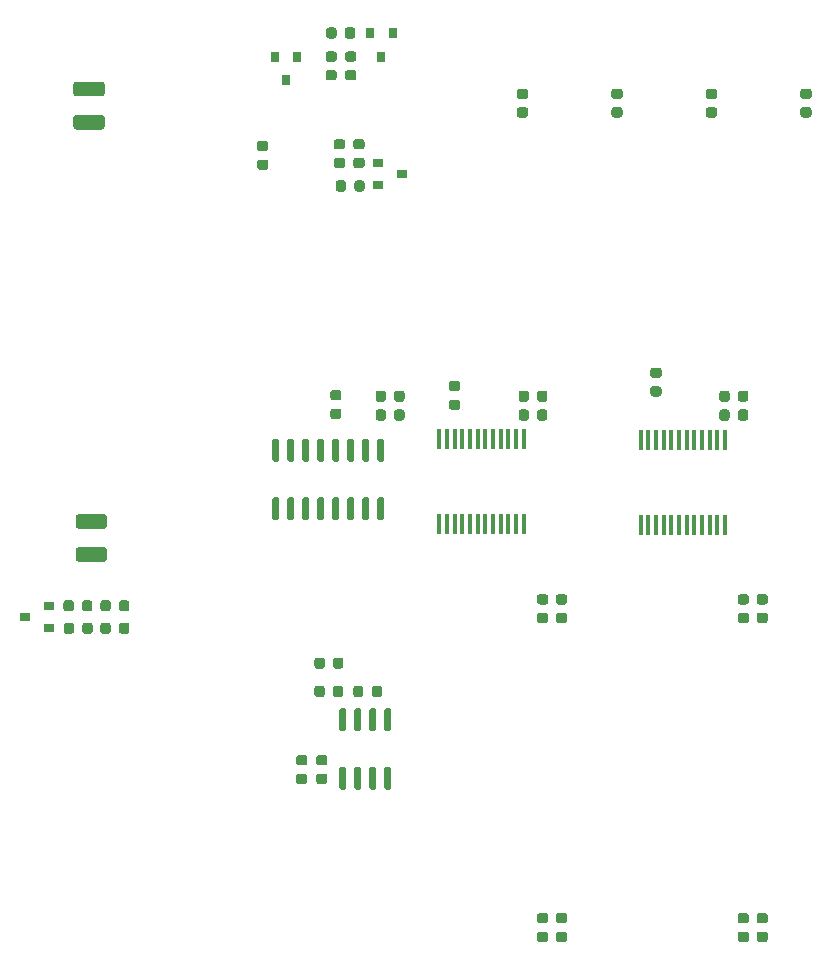
<source format=gbr>
%TF.GenerationSoftware,KiCad,Pcbnew,5.1.6-c6e7f7d~87~ubuntu18.04.1*%
%TF.CreationDate,2020-08-12T00:38:11-03:00*%
%TF.ProjectId,tfMainBoard,74664d61-696e-4426-9f61-72642e6b6963,Rev 1.0.0*%
%TF.SameCoordinates,Original*%
%TF.FileFunction,Paste,Bot*%
%TF.FilePolarity,Positive*%
%FSLAX46Y46*%
G04 Gerber Fmt 4.6, Leading zero omitted, Abs format (unit mm)*
G04 Created by KiCad (PCBNEW 5.1.6-c6e7f7d~87~ubuntu18.04.1) date 2020-08-12 00:38:11*
%MOMM*%
%LPD*%
G01*
G04 APERTURE LIST*
%ADD10R,0.900000X0.800000*%
%ADD11R,0.800000X0.900000*%
%ADD12R,0.450000X1.750000*%
G04 APERTURE END LIST*
%TO.C,C21*%
G36*
G01*
X118243750Y-59912500D02*
X118756250Y-59912500D01*
G75*
G02*
X118975000Y-60131250I0J-218750D01*
G01*
X118975000Y-60568750D01*
G75*
G02*
X118756250Y-60787500I-218750J0D01*
G01*
X118243750Y-60787500D01*
G75*
G02*
X118025000Y-60568750I0J218750D01*
G01*
X118025000Y-60131250D01*
G75*
G02*
X118243750Y-59912500I218750J0D01*
G01*
G37*
G36*
G01*
X118243750Y-58337500D02*
X118756250Y-58337500D01*
G75*
G02*
X118975000Y-58556250I0J-218750D01*
G01*
X118975000Y-58993750D01*
G75*
G02*
X118756250Y-59212500I-218750J0D01*
G01*
X118243750Y-59212500D01*
G75*
G02*
X118025000Y-58993750I0J218750D01*
G01*
X118025000Y-58556250D01*
G75*
G02*
X118243750Y-58337500I218750J0D01*
G01*
G37*
%TD*%
%TO.C,C20*%
G36*
G01*
X119893750Y-59912500D02*
X120406250Y-59912500D01*
G75*
G02*
X120625000Y-60131250I0J-218750D01*
G01*
X120625000Y-60568750D01*
G75*
G02*
X120406250Y-60787500I-218750J0D01*
G01*
X119893750Y-60787500D01*
G75*
G02*
X119675000Y-60568750I0J218750D01*
G01*
X119675000Y-60131250D01*
G75*
G02*
X119893750Y-59912500I218750J0D01*
G01*
G37*
G36*
G01*
X119893750Y-58337500D02*
X120406250Y-58337500D01*
G75*
G02*
X120625000Y-58556250I0J-218750D01*
G01*
X120625000Y-58993750D01*
G75*
G02*
X120406250Y-59212500I-218750J0D01*
G01*
X119893750Y-59212500D01*
G75*
G02*
X119675000Y-58993750I0J218750D01*
G01*
X119675000Y-58556250D01*
G75*
G02*
X119893750Y-58337500I218750J0D01*
G01*
G37*
%TD*%
%TO.C,U2*%
G36*
G01*
X118640000Y-111475000D02*
X118940000Y-111475000D01*
G75*
G02*
X119090000Y-111625000I0J-150000D01*
G01*
X119090000Y-113275000D01*
G75*
G02*
X118940000Y-113425000I-150000J0D01*
G01*
X118640000Y-113425000D01*
G75*
G02*
X118490000Y-113275000I0J150000D01*
G01*
X118490000Y-111625000D01*
G75*
G02*
X118640000Y-111475000I150000J0D01*
G01*
G37*
G36*
G01*
X119910000Y-111475000D02*
X120210000Y-111475000D01*
G75*
G02*
X120360000Y-111625000I0J-150000D01*
G01*
X120360000Y-113275000D01*
G75*
G02*
X120210000Y-113425000I-150000J0D01*
G01*
X119910000Y-113425000D01*
G75*
G02*
X119760000Y-113275000I0J150000D01*
G01*
X119760000Y-111625000D01*
G75*
G02*
X119910000Y-111475000I150000J0D01*
G01*
G37*
G36*
G01*
X121180000Y-111475000D02*
X121480000Y-111475000D01*
G75*
G02*
X121630000Y-111625000I0J-150000D01*
G01*
X121630000Y-113275000D01*
G75*
G02*
X121480000Y-113425000I-150000J0D01*
G01*
X121180000Y-113425000D01*
G75*
G02*
X121030000Y-113275000I0J150000D01*
G01*
X121030000Y-111625000D01*
G75*
G02*
X121180000Y-111475000I150000J0D01*
G01*
G37*
G36*
G01*
X122450000Y-111475000D02*
X122750000Y-111475000D01*
G75*
G02*
X122900000Y-111625000I0J-150000D01*
G01*
X122900000Y-113275000D01*
G75*
G02*
X122750000Y-113425000I-150000J0D01*
G01*
X122450000Y-113425000D01*
G75*
G02*
X122300000Y-113275000I0J150000D01*
G01*
X122300000Y-111625000D01*
G75*
G02*
X122450000Y-111475000I150000J0D01*
G01*
G37*
G36*
G01*
X122450000Y-106525000D02*
X122750000Y-106525000D01*
G75*
G02*
X122900000Y-106675000I0J-150000D01*
G01*
X122900000Y-108325000D01*
G75*
G02*
X122750000Y-108475000I-150000J0D01*
G01*
X122450000Y-108475000D01*
G75*
G02*
X122300000Y-108325000I0J150000D01*
G01*
X122300000Y-106675000D01*
G75*
G02*
X122450000Y-106525000I150000J0D01*
G01*
G37*
G36*
G01*
X121180000Y-106525000D02*
X121480000Y-106525000D01*
G75*
G02*
X121630000Y-106675000I0J-150000D01*
G01*
X121630000Y-108325000D01*
G75*
G02*
X121480000Y-108475000I-150000J0D01*
G01*
X121180000Y-108475000D01*
G75*
G02*
X121030000Y-108325000I0J150000D01*
G01*
X121030000Y-106675000D01*
G75*
G02*
X121180000Y-106525000I150000J0D01*
G01*
G37*
G36*
G01*
X119910000Y-106525000D02*
X120210000Y-106525000D01*
G75*
G02*
X120360000Y-106675000I0J-150000D01*
G01*
X120360000Y-108325000D01*
G75*
G02*
X120210000Y-108475000I-150000J0D01*
G01*
X119910000Y-108475000D01*
G75*
G02*
X119760000Y-108325000I0J150000D01*
G01*
X119760000Y-106675000D01*
G75*
G02*
X119910000Y-106525000I150000J0D01*
G01*
G37*
G36*
G01*
X118640000Y-106525000D02*
X118940000Y-106525000D01*
G75*
G02*
X119090000Y-106675000I0J-150000D01*
G01*
X119090000Y-108325000D01*
G75*
G02*
X118940000Y-108475000I-150000J0D01*
G01*
X118640000Y-108475000D01*
G75*
G02*
X118490000Y-108325000I0J150000D01*
G01*
X118490000Y-106675000D01*
G75*
G02*
X118640000Y-106525000I150000J0D01*
G01*
G37*
%TD*%
%TO.C,U1*%
G36*
G01*
X122150000Y-85650000D02*
X121850000Y-85650000D01*
G75*
G02*
X121700000Y-85500000I0J150000D01*
G01*
X121700000Y-83850000D01*
G75*
G02*
X121850000Y-83700000I150000J0D01*
G01*
X122150000Y-83700000D01*
G75*
G02*
X122300000Y-83850000I0J-150000D01*
G01*
X122300000Y-85500000D01*
G75*
G02*
X122150000Y-85650000I-150000J0D01*
G01*
G37*
G36*
G01*
X120880000Y-85650000D02*
X120580000Y-85650000D01*
G75*
G02*
X120430000Y-85500000I0J150000D01*
G01*
X120430000Y-83850000D01*
G75*
G02*
X120580000Y-83700000I150000J0D01*
G01*
X120880000Y-83700000D01*
G75*
G02*
X121030000Y-83850000I0J-150000D01*
G01*
X121030000Y-85500000D01*
G75*
G02*
X120880000Y-85650000I-150000J0D01*
G01*
G37*
G36*
G01*
X119610000Y-85650000D02*
X119310000Y-85650000D01*
G75*
G02*
X119160000Y-85500000I0J150000D01*
G01*
X119160000Y-83850000D01*
G75*
G02*
X119310000Y-83700000I150000J0D01*
G01*
X119610000Y-83700000D01*
G75*
G02*
X119760000Y-83850000I0J-150000D01*
G01*
X119760000Y-85500000D01*
G75*
G02*
X119610000Y-85650000I-150000J0D01*
G01*
G37*
G36*
G01*
X118340000Y-85650000D02*
X118040000Y-85650000D01*
G75*
G02*
X117890000Y-85500000I0J150000D01*
G01*
X117890000Y-83850000D01*
G75*
G02*
X118040000Y-83700000I150000J0D01*
G01*
X118340000Y-83700000D01*
G75*
G02*
X118490000Y-83850000I0J-150000D01*
G01*
X118490000Y-85500000D01*
G75*
G02*
X118340000Y-85650000I-150000J0D01*
G01*
G37*
G36*
G01*
X117070000Y-85650000D02*
X116770000Y-85650000D01*
G75*
G02*
X116620000Y-85500000I0J150000D01*
G01*
X116620000Y-83850000D01*
G75*
G02*
X116770000Y-83700000I150000J0D01*
G01*
X117070000Y-83700000D01*
G75*
G02*
X117220000Y-83850000I0J-150000D01*
G01*
X117220000Y-85500000D01*
G75*
G02*
X117070000Y-85650000I-150000J0D01*
G01*
G37*
G36*
G01*
X115800000Y-85650000D02*
X115500000Y-85650000D01*
G75*
G02*
X115350000Y-85500000I0J150000D01*
G01*
X115350000Y-83850000D01*
G75*
G02*
X115500000Y-83700000I150000J0D01*
G01*
X115800000Y-83700000D01*
G75*
G02*
X115950000Y-83850000I0J-150000D01*
G01*
X115950000Y-85500000D01*
G75*
G02*
X115800000Y-85650000I-150000J0D01*
G01*
G37*
G36*
G01*
X114530000Y-85650000D02*
X114230000Y-85650000D01*
G75*
G02*
X114080000Y-85500000I0J150000D01*
G01*
X114080000Y-83850000D01*
G75*
G02*
X114230000Y-83700000I150000J0D01*
G01*
X114530000Y-83700000D01*
G75*
G02*
X114680000Y-83850000I0J-150000D01*
G01*
X114680000Y-85500000D01*
G75*
G02*
X114530000Y-85650000I-150000J0D01*
G01*
G37*
G36*
G01*
X113260000Y-85650000D02*
X112960000Y-85650000D01*
G75*
G02*
X112810000Y-85500000I0J150000D01*
G01*
X112810000Y-83850000D01*
G75*
G02*
X112960000Y-83700000I150000J0D01*
G01*
X113260000Y-83700000D01*
G75*
G02*
X113410000Y-83850000I0J-150000D01*
G01*
X113410000Y-85500000D01*
G75*
G02*
X113260000Y-85650000I-150000J0D01*
G01*
G37*
G36*
G01*
X113260000Y-90600000D02*
X112960000Y-90600000D01*
G75*
G02*
X112810000Y-90450000I0J150000D01*
G01*
X112810000Y-88800000D01*
G75*
G02*
X112960000Y-88650000I150000J0D01*
G01*
X113260000Y-88650000D01*
G75*
G02*
X113410000Y-88800000I0J-150000D01*
G01*
X113410000Y-90450000D01*
G75*
G02*
X113260000Y-90600000I-150000J0D01*
G01*
G37*
G36*
G01*
X114530000Y-90600000D02*
X114230000Y-90600000D01*
G75*
G02*
X114080000Y-90450000I0J150000D01*
G01*
X114080000Y-88800000D01*
G75*
G02*
X114230000Y-88650000I150000J0D01*
G01*
X114530000Y-88650000D01*
G75*
G02*
X114680000Y-88800000I0J-150000D01*
G01*
X114680000Y-90450000D01*
G75*
G02*
X114530000Y-90600000I-150000J0D01*
G01*
G37*
G36*
G01*
X115800000Y-90600000D02*
X115500000Y-90600000D01*
G75*
G02*
X115350000Y-90450000I0J150000D01*
G01*
X115350000Y-88800000D01*
G75*
G02*
X115500000Y-88650000I150000J0D01*
G01*
X115800000Y-88650000D01*
G75*
G02*
X115950000Y-88800000I0J-150000D01*
G01*
X115950000Y-90450000D01*
G75*
G02*
X115800000Y-90600000I-150000J0D01*
G01*
G37*
G36*
G01*
X117070000Y-90600000D02*
X116770000Y-90600000D01*
G75*
G02*
X116620000Y-90450000I0J150000D01*
G01*
X116620000Y-88800000D01*
G75*
G02*
X116770000Y-88650000I150000J0D01*
G01*
X117070000Y-88650000D01*
G75*
G02*
X117220000Y-88800000I0J-150000D01*
G01*
X117220000Y-90450000D01*
G75*
G02*
X117070000Y-90600000I-150000J0D01*
G01*
G37*
G36*
G01*
X118340000Y-90600000D02*
X118040000Y-90600000D01*
G75*
G02*
X117890000Y-90450000I0J150000D01*
G01*
X117890000Y-88800000D01*
G75*
G02*
X118040000Y-88650000I150000J0D01*
G01*
X118340000Y-88650000D01*
G75*
G02*
X118490000Y-88800000I0J-150000D01*
G01*
X118490000Y-90450000D01*
G75*
G02*
X118340000Y-90600000I-150000J0D01*
G01*
G37*
G36*
G01*
X119610000Y-90600000D02*
X119310000Y-90600000D01*
G75*
G02*
X119160000Y-90450000I0J150000D01*
G01*
X119160000Y-88800000D01*
G75*
G02*
X119310000Y-88650000I150000J0D01*
G01*
X119610000Y-88650000D01*
G75*
G02*
X119760000Y-88800000I0J-150000D01*
G01*
X119760000Y-90450000D01*
G75*
G02*
X119610000Y-90600000I-150000J0D01*
G01*
G37*
G36*
G01*
X120880000Y-90600000D02*
X120580000Y-90600000D01*
G75*
G02*
X120430000Y-90450000I0J150000D01*
G01*
X120430000Y-88800000D01*
G75*
G02*
X120580000Y-88650000I150000J0D01*
G01*
X120880000Y-88650000D01*
G75*
G02*
X121030000Y-88800000I0J-150000D01*
G01*
X121030000Y-90450000D01*
G75*
G02*
X120880000Y-90600000I-150000J0D01*
G01*
G37*
G36*
G01*
X122150000Y-90600000D02*
X121850000Y-90600000D01*
G75*
G02*
X121700000Y-90450000I0J150000D01*
G01*
X121700000Y-88800000D01*
G75*
G02*
X121850000Y-88650000I150000J0D01*
G01*
X122150000Y-88650000D01*
G75*
G02*
X122300000Y-88800000I0J-150000D01*
G01*
X122300000Y-90450000D01*
G75*
G02*
X122150000Y-90600000I-150000J0D01*
G01*
G37*
%TD*%
%TO.C,R4*%
G36*
G01*
X98375000Y-54725000D02*
X96225000Y-54725000D01*
G75*
G02*
X95975000Y-54475000I0J250000D01*
G01*
X95975000Y-53725000D01*
G75*
G02*
X96225000Y-53475000I250000J0D01*
G01*
X98375000Y-53475000D01*
G75*
G02*
X98625000Y-53725000I0J-250000D01*
G01*
X98625000Y-54475000D01*
G75*
G02*
X98375000Y-54725000I-250000J0D01*
G01*
G37*
G36*
G01*
X98375000Y-57525000D02*
X96225000Y-57525000D01*
G75*
G02*
X95975000Y-57275000I0J250000D01*
G01*
X95975000Y-56525000D01*
G75*
G02*
X96225000Y-56275000I250000J0D01*
G01*
X98375000Y-56275000D01*
G75*
G02*
X98625000Y-56525000I0J-250000D01*
G01*
X98625000Y-57275000D01*
G75*
G02*
X98375000Y-57525000I-250000J0D01*
G01*
G37*
%TD*%
%TO.C,R2*%
G36*
G01*
X96425000Y-92875000D02*
X98575000Y-92875000D01*
G75*
G02*
X98825000Y-93125000I0J-250000D01*
G01*
X98825000Y-93875000D01*
G75*
G02*
X98575000Y-94125000I-250000J0D01*
G01*
X96425000Y-94125000D01*
G75*
G02*
X96175000Y-93875000I0J250000D01*
G01*
X96175000Y-93125000D01*
G75*
G02*
X96425000Y-92875000I250000J0D01*
G01*
G37*
G36*
G01*
X96425000Y-90075000D02*
X98575000Y-90075000D01*
G75*
G02*
X98825000Y-90325000I0J-250000D01*
G01*
X98825000Y-91075000D01*
G75*
G02*
X98575000Y-91325000I-250000J0D01*
G01*
X96425000Y-91325000D01*
G75*
G02*
X96175000Y-91075000I0J250000D01*
G01*
X96175000Y-90325000D01*
G75*
G02*
X96425000Y-90075000I250000J0D01*
G01*
G37*
%TD*%
%TO.C,C1*%
G36*
G01*
X122437500Y-81443750D02*
X122437500Y-81956250D01*
G75*
G02*
X122218750Y-82175000I-218750J0D01*
G01*
X121781250Y-82175000D01*
G75*
G02*
X121562500Y-81956250I0J218750D01*
G01*
X121562500Y-81443750D01*
G75*
G02*
X121781250Y-81225000I218750J0D01*
G01*
X122218750Y-81225000D01*
G75*
G02*
X122437500Y-81443750I0J-218750D01*
G01*
G37*
G36*
G01*
X124012500Y-81443750D02*
X124012500Y-81956250D01*
G75*
G02*
X123793750Y-82175000I-218750J0D01*
G01*
X123356250Y-82175000D01*
G75*
G02*
X123137500Y-81956250I0J218750D01*
G01*
X123137500Y-81443750D01*
G75*
G02*
X123356250Y-81225000I218750J0D01*
G01*
X123793750Y-81225000D01*
G75*
G02*
X124012500Y-81443750I0J-218750D01*
G01*
G37*
%TD*%
%TO.C,C2*%
G36*
G01*
X124012500Y-79843750D02*
X124012500Y-80356250D01*
G75*
G02*
X123793750Y-80575000I-218750J0D01*
G01*
X123356250Y-80575000D01*
G75*
G02*
X123137500Y-80356250I0J218750D01*
G01*
X123137500Y-79843750D01*
G75*
G02*
X123356250Y-79625000I218750J0D01*
G01*
X123793750Y-79625000D01*
G75*
G02*
X124012500Y-79843750I0J-218750D01*
G01*
G37*
G36*
G01*
X122437500Y-79843750D02*
X122437500Y-80356250D01*
G75*
G02*
X122218750Y-80575000I-218750J0D01*
G01*
X121781250Y-80575000D01*
G75*
G02*
X121562500Y-80356250I0J218750D01*
G01*
X121562500Y-79843750D01*
G75*
G02*
X121781250Y-79625000I218750J0D01*
G01*
X122218750Y-79625000D01*
G75*
G02*
X122437500Y-79843750I0J-218750D01*
G01*
G37*
%TD*%
%TO.C,C3*%
G36*
G01*
X116743750Y-112062500D02*
X117256250Y-112062500D01*
G75*
G02*
X117475000Y-112281250I0J-218750D01*
G01*
X117475000Y-112718750D01*
G75*
G02*
X117256250Y-112937500I-218750J0D01*
G01*
X116743750Y-112937500D01*
G75*
G02*
X116525000Y-112718750I0J218750D01*
G01*
X116525000Y-112281250D01*
G75*
G02*
X116743750Y-112062500I218750J0D01*
G01*
G37*
G36*
G01*
X116743750Y-110487500D02*
X117256250Y-110487500D01*
G75*
G02*
X117475000Y-110706250I0J-218750D01*
G01*
X117475000Y-111143750D01*
G75*
G02*
X117256250Y-111362500I-218750J0D01*
G01*
X116743750Y-111362500D01*
G75*
G02*
X116525000Y-111143750I0J218750D01*
G01*
X116525000Y-110706250D01*
G75*
G02*
X116743750Y-110487500I218750J0D01*
G01*
G37*
%TD*%
%TO.C,C4*%
G36*
G01*
X115556250Y-112937500D02*
X115043750Y-112937500D01*
G75*
G02*
X114825000Y-112718750I0J218750D01*
G01*
X114825000Y-112281250D01*
G75*
G02*
X115043750Y-112062500I218750J0D01*
G01*
X115556250Y-112062500D01*
G75*
G02*
X115775000Y-112281250I0J-218750D01*
G01*
X115775000Y-112718750D01*
G75*
G02*
X115556250Y-112937500I-218750J0D01*
G01*
G37*
G36*
G01*
X115556250Y-111362500D02*
X115043750Y-111362500D01*
G75*
G02*
X114825000Y-111143750I0J218750D01*
G01*
X114825000Y-110706250D01*
G75*
G02*
X115043750Y-110487500I218750J0D01*
G01*
X115556250Y-110487500D01*
G75*
G02*
X115775000Y-110706250I0J-218750D01*
G01*
X115775000Y-111143750D01*
G75*
G02*
X115556250Y-111362500I-218750J0D01*
G01*
G37*
%TD*%
%TO.C,C5*%
G36*
G01*
X98262500Y-98106250D02*
X98262500Y-97593750D01*
G75*
G02*
X98481250Y-97375000I218750J0D01*
G01*
X98918750Y-97375000D01*
G75*
G02*
X99137500Y-97593750I0J-218750D01*
G01*
X99137500Y-98106250D01*
G75*
G02*
X98918750Y-98325000I-218750J0D01*
G01*
X98481250Y-98325000D01*
G75*
G02*
X98262500Y-98106250I0J218750D01*
G01*
G37*
G36*
G01*
X99837500Y-98106250D02*
X99837500Y-97593750D01*
G75*
G02*
X100056250Y-97375000I218750J0D01*
G01*
X100493750Y-97375000D01*
G75*
G02*
X100712500Y-97593750I0J-218750D01*
G01*
X100712500Y-98106250D01*
G75*
G02*
X100493750Y-98325000I-218750J0D01*
G01*
X100056250Y-98325000D01*
G75*
G02*
X99837500Y-98106250I0J218750D01*
G01*
G37*
%TD*%
%TO.C,C6*%
G36*
G01*
X134537500Y-81443750D02*
X134537500Y-81956250D01*
G75*
G02*
X134318750Y-82175000I-218750J0D01*
G01*
X133881250Y-82175000D01*
G75*
G02*
X133662500Y-81956250I0J218750D01*
G01*
X133662500Y-81443750D01*
G75*
G02*
X133881250Y-81225000I218750J0D01*
G01*
X134318750Y-81225000D01*
G75*
G02*
X134537500Y-81443750I0J-218750D01*
G01*
G37*
G36*
G01*
X136112500Y-81443750D02*
X136112500Y-81956250D01*
G75*
G02*
X135893750Y-82175000I-218750J0D01*
G01*
X135456250Y-82175000D01*
G75*
G02*
X135237500Y-81956250I0J218750D01*
G01*
X135237500Y-81443750D01*
G75*
G02*
X135456250Y-81225000I218750J0D01*
G01*
X135893750Y-81225000D01*
G75*
G02*
X136112500Y-81443750I0J-218750D01*
G01*
G37*
%TD*%
%TO.C,C7*%
G36*
G01*
X136112500Y-79843750D02*
X136112500Y-80356250D01*
G75*
G02*
X135893750Y-80575000I-218750J0D01*
G01*
X135456250Y-80575000D01*
G75*
G02*
X135237500Y-80356250I0J218750D01*
G01*
X135237500Y-79843750D01*
G75*
G02*
X135456250Y-79625000I218750J0D01*
G01*
X135893750Y-79625000D01*
G75*
G02*
X136112500Y-79843750I0J-218750D01*
G01*
G37*
G36*
G01*
X134537500Y-79843750D02*
X134537500Y-80356250D01*
G75*
G02*
X134318750Y-80575000I-218750J0D01*
G01*
X133881250Y-80575000D01*
G75*
G02*
X133662500Y-80356250I0J218750D01*
G01*
X133662500Y-79843750D01*
G75*
G02*
X133881250Y-79625000I218750J0D01*
G01*
X134318750Y-79625000D01*
G75*
G02*
X134537500Y-79843750I0J-218750D01*
G01*
G37*
%TD*%
%TO.C,C8*%
G36*
G01*
X135956250Y-126312500D02*
X135443750Y-126312500D01*
G75*
G02*
X135225000Y-126093750I0J218750D01*
G01*
X135225000Y-125656250D01*
G75*
G02*
X135443750Y-125437500I218750J0D01*
G01*
X135956250Y-125437500D01*
G75*
G02*
X136175000Y-125656250I0J-218750D01*
G01*
X136175000Y-126093750D01*
G75*
G02*
X135956250Y-126312500I-218750J0D01*
G01*
G37*
G36*
G01*
X135956250Y-124737500D02*
X135443750Y-124737500D01*
G75*
G02*
X135225000Y-124518750I0J218750D01*
G01*
X135225000Y-124081250D01*
G75*
G02*
X135443750Y-123862500I218750J0D01*
G01*
X135956250Y-123862500D01*
G75*
G02*
X136175000Y-124081250I0J-218750D01*
G01*
X136175000Y-124518750D01*
G75*
G02*
X135956250Y-124737500I-218750J0D01*
G01*
G37*
%TD*%
%TO.C,C9*%
G36*
G01*
X135956250Y-99312500D02*
X135443750Y-99312500D01*
G75*
G02*
X135225000Y-99093750I0J218750D01*
G01*
X135225000Y-98656250D01*
G75*
G02*
X135443750Y-98437500I218750J0D01*
G01*
X135956250Y-98437500D01*
G75*
G02*
X136175000Y-98656250I0J-218750D01*
G01*
X136175000Y-99093750D01*
G75*
G02*
X135956250Y-99312500I-218750J0D01*
G01*
G37*
G36*
G01*
X135956250Y-97737500D02*
X135443750Y-97737500D01*
G75*
G02*
X135225000Y-97518750I0J218750D01*
G01*
X135225000Y-97081250D01*
G75*
G02*
X135443750Y-96862500I218750J0D01*
G01*
X135956250Y-96862500D01*
G75*
G02*
X136175000Y-97081250I0J-218750D01*
G01*
X136175000Y-97518750D01*
G75*
G02*
X135956250Y-97737500I-218750J0D01*
G01*
G37*
%TD*%
%TO.C,C10*%
G36*
G01*
X137556250Y-124737500D02*
X137043750Y-124737500D01*
G75*
G02*
X136825000Y-124518750I0J218750D01*
G01*
X136825000Y-124081250D01*
G75*
G02*
X137043750Y-123862500I218750J0D01*
G01*
X137556250Y-123862500D01*
G75*
G02*
X137775000Y-124081250I0J-218750D01*
G01*
X137775000Y-124518750D01*
G75*
G02*
X137556250Y-124737500I-218750J0D01*
G01*
G37*
G36*
G01*
X137556250Y-126312500D02*
X137043750Y-126312500D01*
G75*
G02*
X136825000Y-126093750I0J218750D01*
G01*
X136825000Y-125656250D01*
G75*
G02*
X137043750Y-125437500I218750J0D01*
G01*
X137556250Y-125437500D01*
G75*
G02*
X137775000Y-125656250I0J-218750D01*
G01*
X137775000Y-126093750D01*
G75*
G02*
X137556250Y-126312500I-218750J0D01*
G01*
G37*
%TD*%
%TO.C,C11*%
G36*
G01*
X137556250Y-97737500D02*
X137043750Y-97737500D01*
G75*
G02*
X136825000Y-97518750I0J218750D01*
G01*
X136825000Y-97081250D01*
G75*
G02*
X137043750Y-96862500I218750J0D01*
G01*
X137556250Y-96862500D01*
G75*
G02*
X137775000Y-97081250I0J-218750D01*
G01*
X137775000Y-97518750D01*
G75*
G02*
X137556250Y-97737500I-218750J0D01*
G01*
G37*
G36*
G01*
X137556250Y-99312500D02*
X137043750Y-99312500D01*
G75*
G02*
X136825000Y-99093750I0J218750D01*
G01*
X136825000Y-98656250D01*
G75*
G02*
X137043750Y-98437500I218750J0D01*
G01*
X137556250Y-98437500D01*
G75*
G02*
X137775000Y-98656250I0J-218750D01*
G01*
X137775000Y-99093750D01*
G75*
G02*
X137556250Y-99312500I-218750J0D01*
G01*
G37*
%TD*%
%TO.C,C12*%
G36*
G01*
X151537500Y-81443750D02*
X151537500Y-81956250D01*
G75*
G02*
X151318750Y-82175000I-218750J0D01*
G01*
X150881250Y-82175000D01*
G75*
G02*
X150662500Y-81956250I0J218750D01*
G01*
X150662500Y-81443750D01*
G75*
G02*
X150881250Y-81225000I218750J0D01*
G01*
X151318750Y-81225000D01*
G75*
G02*
X151537500Y-81443750I0J-218750D01*
G01*
G37*
G36*
G01*
X153112500Y-81443750D02*
X153112500Y-81956250D01*
G75*
G02*
X152893750Y-82175000I-218750J0D01*
G01*
X152456250Y-82175000D01*
G75*
G02*
X152237500Y-81956250I0J218750D01*
G01*
X152237500Y-81443750D01*
G75*
G02*
X152456250Y-81225000I218750J0D01*
G01*
X152893750Y-81225000D01*
G75*
G02*
X153112500Y-81443750I0J-218750D01*
G01*
G37*
%TD*%
%TO.C,C13*%
G36*
G01*
X153112500Y-79843750D02*
X153112500Y-80356250D01*
G75*
G02*
X152893750Y-80575000I-218750J0D01*
G01*
X152456250Y-80575000D01*
G75*
G02*
X152237500Y-80356250I0J218750D01*
G01*
X152237500Y-79843750D01*
G75*
G02*
X152456250Y-79625000I218750J0D01*
G01*
X152893750Y-79625000D01*
G75*
G02*
X153112500Y-79843750I0J-218750D01*
G01*
G37*
G36*
G01*
X151537500Y-79843750D02*
X151537500Y-80356250D01*
G75*
G02*
X151318750Y-80575000I-218750J0D01*
G01*
X150881250Y-80575000D01*
G75*
G02*
X150662500Y-80356250I0J218750D01*
G01*
X150662500Y-79843750D01*
G75*
G02*
X150881250Y-79625000I218750J0D01*
G01*
X151318750Y-79625000D01*
G75*
G02*
X151537500Y-79843750I0J-218750D01*
G01*
G37*
%TD*%
%TO.C,C14*%
G36*
G01*
X152956250Y-99312500D02*
X152443750Y-99312500D01*
G75*
G02*
X152225000Y-99093750I0J218750D01*
G01*
X152225000Y-98656250D01*
G75*
G02*
X152443750Y-98437500I218750J0D01*
G01*
X152956250Y-98437500D01*
G75*
G02*
X153175000Y-98656250I0J-218750D01*
G01*
X153175000Y-99093750D01*
G75*
G02*
X152956250Y-99312500I-218750J0D01*
G01*
G37*
G36*
G01*
X152956250Y-97737500D02*
X152443750Y-97737500D01*
G75*
G02*
X152225000Y-97518750I0J218750D01*
G01*
X152225000Y-97081250D01*
G75*
G02*
X152443750Y-96862500I218750J0D01*
G01*
X152956250Y-96862500D01*
G75*
G02*
X153175000Y-97081250I0J-218750D01*
G01*
X153175000Y-97518750D01*
G75*
G02*
X152956250Y-97737500I-218750J0D01*
G01*
G37*
%TD*%
%TO.C,C15*%
G36*
G01*
X152956250Y-126312500D02*
X152443750Y-126312500D01*
G75*
G02*
X152225000Y-126093750I0J218750D01*
G01*
X152225000Y-125656250D01*
G75*
G02*
X152443750Y-125437500I218750J0D01*
G01*
X152956250Y-125437500D01*
G75*
G02*
X153175000Y-125656250I0J-218750D01*
G01*
X153175000Y-126093750D01*
G75*
G02*
X152956250Y-126312500I-218750J0D01*
G01*
G37*
G36*
G01*
X152956250Y-124737500D02*
X152443750Y-124737500D01*
G75*
G02*
X152225000Y-124518750I0J218750D01*
G01*
X152225000Y-124081250D01*
G75*
G02*
X152443750Y-123862500I218750J0D01*
G01*
X152956250Y-123862500D01*
G75*
G02*
X153175000Y-124081250I0J-218750D01*
G01*
X153175000Y-124518750D01*
G75*
G02*
X152956250Y-124737500I-218750J0D01*
G01*
G37*
%TD*%
%TO.C,C16*%
G36*
G01*
X154556250Y-97737500D02*
X154043750Y-97737500D01*
G75*
G02*
X153825000Y-97518750I0J218750D01*
G01*
X153825000Y-97081250D01*
G75*
G02*
X154043750Y-96862500I218750J0D01*
G01*
X154556250Y-96862500D01*
G75*
G02*
X154775000Y-97081250I0J-218750D01*
G01*
X154775000Y-97518750D01*
G75*
G02*
X154556250Y-97737500I-218750J0D01*
G01*
G37*
G36*
G01*
X154556250Y-99312500D02*
X154043750Y-99312500D01*
G75*
G02*
X153825000Y-99093750I0J218750D01*
G01*
X153825000Y-98656250D01*
G75*
G02*
X154043750Y-98437500I218750J0D01*
G01*
X154556250Y-98437500D01*
G75*
G02*
X154775000Y-98656250I0J-218750D01*
G01*
X154775000Y-99093750D01*
G75*
G02*
X154556250Y-99312500I-218750J0D01*
G01*
G37*
%TD*%
%TO.C,C17*%
G36*
G01*
X154556250Y-124737500D02*
X154043750Y-124737500D01*
G75*
G02*
X153825000Y-124518750I0J218750D01*
G01*
X153825000Y-124081250D01*
G75*
G02*
X154043750Y-123862500I218750J0D01*
G01*
X154556250Y-123862500D01*
G75*
G02*
X154775000Y-124081250I0J-218750D01*
G01*
X154775000Y-124518750D01*
G75*
G02*
X154556250Y-124737500I-218750J0D01*
G01*
G37*
G36*
G01*
X154556250Y-126312500D02*
X154043750Y-126312500D01*
G75*
G02*
X153825000Y-126093750I0J218750D01*
G01*
X153825000Y-125656250D01*
G75*
G02*
X154043750Y-125437500I218750J0D01*
G01*
X154556250Y-125437500D01*
G75*
G02*
X154775000Y-125656250I0J-218750D01*
G01*
X154775000Y-126093750D01*
G75*
G02*
X154556250Y-126312500I-218750J0D01*
G01*
G37*
%TD*%
%TO.C,C18*%
G36*
G01*
X119706250Y-51787500D02*
X119193750Y-51787500D01*
G75*
G02*
X118975000Y-51568750I0J218750D01*
G01*
X118975000Y-51131250D01*
G75*
G02*
X119193750Y-50912500I218750J0D01*
G01*
X119706250Y-50912500D01*
G75*
G02*
X119925000Y-51131250I0J-218750D01*
G01*
X119925000Y-51568750D01*
G75*
G02*
X119706250Y-51787500I-218750J0D01*
G01*
G37*
G36*
G01*
X119706250Y-53362500D02*
X119193750Y-53362500D01*
G75*
G02*
X118975000Y-53143750I0J218750D01*
G01*
X118975000Y-52706250D01*
G75*
G02*
X119193750Y-52487500I218750J0D01*
G01*
X119706250Y-52487500D01*
G75*
G02*
X119925000Y-52706250I0J-218750D01*
G01*
X119925000Y-53143750D01*
G75*
G02*
X119706250Y-53362500I-218750J0D01*
G01*
G37*
%TD*%
%TO.C,C19*%
G36*
G01*
X118056250Y-53362500D02*
X117543750Y-53362500D01*
G75*
G02*
X117325000Y-53143750I0J218750D01*
G01*
X117325000Y-52706250D01*
G75*
G02*
X117543750Y-52487500I218750J0D01*
G01*
X118056250Y-52487500D01*
G75*
G02*
X118275000Y-52706250I0J-218750D01*
G01*
X118275000Y-53143750D01*
G75*
G02*
X118056250Y-53362500I-218750J0D01*
G01*
G37*
G36*
G01*
X118056250Y-51787500D02*
X117543750Y-51787500D01*
G75*
G02*
X117325000Y-51568750I0J218750D01*
G01*
X117325000Y-51131250D01*
G75*
G02*
X117543750Y-50912500I218750J0D01*
G01*
X118056250Y-50912500D01*
G75*
G02*
X118275000Y-51131250I0J-218750D01*
G01*
X118275000Y-51568750D01*
G75*
G02*
X118056250Y-51787500I-218750J0D01*
G01*
G37*
%TD*%
D10*
%TO.C,Q1*%
X91900000Y-98800000D03*
X93900000Y-99750000D03*
X93900000Y-97850000D03*
%TD*%
D11*
%TO.C,Q2*%
X114000000Y-53350000D03*
X114950000Y-51350000D03*
X113050000Y-51350000D03*
%TD*%
%TO.C,Q3*%
X121100000Y-49350000D03*
X123000000Y-49350000D03*
X122050000Y-51350000D03*
%TD*%
D10*
%TO.C,Q4*%
X121800000Y-62250000D03*
X121800000Y-60350000D03*
X123800000Y-61300000D03*
%TD*%
%TO.C,R1*%
G36*
G01*
X118456250Y-80462500D02*
X117943750Y-80462500D01*
G75*
G02*
X117725000Y-80243750I0J218750D01*
G01*
X117725000Y-79806250D01*
G75*
G02*
X117943750Y-79587500I218750J0D01*
G01*
X118456250Y-79587500D01*
G75*
G02*
X118675000Y-79806250I0J-218750D01*
G01*
X118675000Y-80243750D01*
G75*
G02*
X118456250Y-80462500I-218750J0D01*
G01*
G37*
G36*
G01*
X118456250Y-82037500D02*
X117943750Y-82037500D01*
G75*
G02*
X117725000Y-81818750I0J218750D01*
G01*
X117725000Y-81381250D01*
G75*
G02*
X117943750Y-81162500I218750J0D01*
G01*
X118456250Y-81162500D01*
G75*
G02*
X118675000Y-81381250I0J-218750D01*
G01*
X118675000Y-81818750D01*
G75*
G02*
X118456250Y-82037500I-218750J0D01*
G01*
G37*
%TD*%
%TO.C,R3*%
G36*
G01*
X121237500Y-105356250D02*
X121237500Y-104843750D01*
G75*
G02*
X121456250Y-104625000I218750J0D01*
G01*
X121893750Y-104625000D01*
G75*
G02*
X122112500Y-104843750I0J-218750D01*
G01*
X122112500Y-105356250D01*
G75*
G02*
X121893750Y-105575000I-218750J0D01*
G01*
X121456250Y-105575000D01*
G75*
G02*
X121237500Y-105356250I0J218750D01*
G01*
G37*
G36*
G01*
X119662500Y-105356250D02*
X119662500Y-104843750D01*
G75*
G02*
X119881250Y-104625000I218750J0D01*
G01*
X120318750Y-104625000D01*
G75*
G02*
X120537500Y-104843750I0J-218750D01*
G01*
X120537500Y-105356250D01*
G75*
G02*
X120318750Y-105575000I-218750J0D01*
G01*
X119881250Y-105575000D01*
G75*
G02*
X119662500Y-105356250I0J218750D01*
G01*
G37*
%TD*%
%TO.C,R5*%
G36*
G01*
X117962500Y-105356250D02*
X117962500Y-104843750D01*
G75*
G02*
X118181250Y-104625000I218750J0D01*
G01*
X118618750Y-104625000D01*
G75*
G02*
X118837500Y-104843750I0J-218750D01*
G01*
X118837500Y-105356250D01*
G75*
G02*
X118618750Y-105575000I-218750J0D01*
G01*
X118181250Y-105575000D01*
G75*
G02*
X117962500Y-105356250I0J218750D01*
G01*
G37*
G36*
G01*
X116387500Y-105356250D02*
X116387500Y-104843750D01*
G75*
G02*
X116606250Y-104625000I218750J0D01*
G01*
X117043750Y-104625000D01*
G75*
G02*
X117262500Y-104843750I0J-218750D01*
G01*
X117262500Y-105356250D01*
G75*
G02*
X117043750Y-105575000I-218750J0D01*
G01*
X116606250Y-105575000D01*
G75*
G02*
X116387500Y-105356250I0J218750D01*
G01*
G37*
%TD*%
%TO.C,R6*%
G36*
G01*
X118837500Y-102443750D02*
X118837500Y-102956250D01*
G75*
G02*
X118618750Y-103175000I-218750J0D01*
G01*
X118181250Y-103175000D01*
G75*
G02*
X117962500Y-102956250I0J218750D01*
G01*
X117962500Y-102443750D01*
G75*
G02*
X118181250Y-102225000I218750J0D01*
G01*
X118618750Y-102225000D01*
G75*
G02*
X118837500Y-102443750I0J-218750D01*
G01*
G37*
G36*
G01*
X117262500Y-102443750D02*
X117262500Y-102956250D01*
G75*
G02*
X117043750Y-103175000I-218750J0D01*
G01*
X116606250Y-103175000D01*
G75*
G02*
X116387500Y-102956250I0J218750D01*
G01*
X116387500Y-102443750D01*
G75*
G02*
X116606250Y-102225000I218750J0D01*
G01*
X117043750Y-102225000D01*
G75*
G02*
X117262500Y-102443750I0J-218750D01*
G01*
G37*
%TD*%
%TO.C,R7*%
G36*
G01*
X96737500Y-100006250D02*
X96737500Y-99493750D01*
G75*
G02*
X96956250Y-99275000I218750J0D01*
G01*
X97393750Y-99275000D01*
G75*
G02*
X97612500Y-99493750I0J-218750D01*
G01*
X97612500Y-100006250D01*
G75*
G02*
X97393750Y-100225000I-218750J0D01*
G01*
X96956250Y-100225000D01*
G75*
G02*
X96737500Y-100006250I0J218750D01*
G01*
G37*
G36*
G01*
X95162500Y-100006250D02*
X95162500Y-99493750D01*
G75*
G02*
X95381250Y-99275000I218750J0D01*
G01*
X95818750Y-99275000D01*
G75*
G02*
X96037500Y-99493750I0J-218750D01*
G01*
X96037500Y-100006250D01*
G75*
G02*
X95818750Y-100225000I-218750J0D01*
G01*
X95381250Y-100225000D01*
G75*
G02*
X95162500Y-100006250I0J218750D01*
G01*
G37*
%TD*%
%TO.C,R8*%
G36*
G01*
X98262500Y-100006250D02*
X98262500Y-99493750D01*
G75*
G02*
X98481250Y-99275000I218750J0D01*
G01*
X98918750Y-99275000D01*
G75*
G02*
X99137500Y-99493750I0J-218750D01*
G01*
X99137500Y-100006250D01*
G75*
G02*
X98918750Y-100225000I-218750J0D01*
G01*
X98481250Y-100225000D01*
G75*
G02*
X98262500Y-100006250I0J218750D01*
G01*
G37*
G36*
G01*
X99837500Y-100006250D02*
X99837500Y-99493750D01*
G75*
G02*
X100056250Y-99275000I218750J0D01*
G01*
X100493750Y-99275000D01*
G75*
G02*
X100712500Y-99493750I0J-218750D01*
G01*
X100712500Y-100006250D01*
G75*
G02*
X100493750Y-100225000I-218750J0D01*
G01*
X100056250Y-100225000D01*
G75*
G02*
X99837500Y-100006250I0J218750D01*
G01*
G37*
%TD*%
%TO.C,R9*%
G36*
G01*
X96012500Y-97593750D02*
X96012500Y-98106250D01*
G75*
G02*
X95793750Y-98325000I-218750J0D01*
G01*
X95356250Y-98325000D01*
G75*
G02*
X95137500Y-98106250I0J218750D01*
G01*
X95137500Y-97593750D01*
G75*
G02*
X95356250Y-97375000I218750J0D01*
G01*
X95793750Y-97375000D01*
G75*
G02*
X96012500Y-97593750I0J-218750D01*
G01*
G37*
G36*
G01*
X97587500Y-97593750D02*
X97587500Y-98106250D01*
G75*
G02*
X97368750Y-98325000I-218750J0D01*
G01*
X96931250Y-98325000D01*
G75*
G02*
X96712500Y-98106250I0J218750D01*
G01*
X96712500Y-97593750D01*
G75*
G02*
X96931250Y-97375000I218750J0D01*
G01*
X97368750Y-97375000D01*
G75*
G02*
X97587500Y-97593750I0J-218750D01*
G01*
G37*
%TD*%
%TO.C,R10*%
G36*
G01*
X128506250Y-81262500D02*
X127993750Y-81262500D01*
G75*
G02*
X127775000Y-81043750I0J218750D01*
G01*
X127775000Y-80606250D01*
G75*
G02*
X127993750Y-80387500I218750J0D01*
G01*
X128506250Y-80387500D01*
G75*
G02*
X128725000Y-80606250I0J-218750D01*
G01*
X128725000Y-81043750D01*
G75*
G02*
X128506250Y-81262500I-218750J0D01*
G01*
G37*
G36*
G01*
X128506250Y-79687500D02*
X127993750Y-79687500D01*
G75*
G02*
X127775000Y-79468750I0J218750D01*
G01*
X127775000Y-79031250D01*
G75*
G02*
X127993750Y-78812500I218750J0D01*
G01*
X128506250Y-78812500D01*
G75*
G02*
X128725000Y-79031250I0J-218750D01*
G01*
X128725000Y-79468750D01*
G75*
G02*
X128506250Y-79687500I-218750J0D01*
G01*
G37*
%TD*%
%TO.C,R11*%
G36*
G01*
X145556250Y-78562500D02*
X145043750Y-78562500D01*
G75*
G02*
X144825000Y-78343750I0J218750D01*
G01*
X144825000Y-77906250D01*
G75*
G02*
X145043750Y-77687500I218750J0D01*
G01*
X145556250Y-77687500D01*
G75*
G02*
X145775000Y-77906250I0J-218750D01*
G01*
X145775000Y-78343750D01*
G75*
G02*
X145556250Y-78562500I-218750J0D01*
G01*
G37*
G36*
G01*
X145556250Y-80137500D02*
X145043750Y-80137500D01*
G75*
G02*
X144825000Y-79918750I0J218750D01*
G01*
X144825000Y-79481250D01*
G75*
G02*
X145043750Y-79262500I218750J0D01*
G01*
X145556250Y-79262500D01*
G75*
G02*
X145775000Y-79481250I0J-218750D01*
G01*
X145775000Y-79918750D01*
G75*
G02*
X145556250Y-80137500I-218750J0D01*
G01*
G37*
%TD*%
%TO.C,R12*%
G36*
G01*
X111743750Y-60062500D02*
X112256250Y-60062500D01*
G75*
G02*
X112475000Y-60281250I0J-218750D01*
G01*
X112475000Y-60718750D01*
G75*
G02*
X112256250Y-60937500I-218750J0D01*
G01*
X111743750Y-60937500D01*
G75*
G02*
X111525000Y-60718750I0J218750D01*
G01*
X111525000Y-60281250D01*
G75*
G02*
X111743750Y-60062500I218750J0D01*
G01*
G37*
G36*
G01*
X111743750Y-58487500D02*
X112256250Y-58487500D01*
G75*
G02*
X112475000Y-58706250I0J-218750D01*
G01*
X112475000Y-59143750D01*
G75*
G02*
X112256250Y-59362500I-218750J0D01*
G01*
X111743750Y-59362500D01*
G75*
G02*
X111525000Y-59143750I0J218750D01*
G01*
X111525000Y-58706250D01*
G75*
G02*
X111743750Y-58487500I218750J0D01*
G01*
G37*
%TD*%
%TO.C,R13*%
G36*
G01*
X119837500Y-49093750D02*
X119837500Y-49606250D01*
G75*
G02*
X119618750Y-49825000I-218750J0D01*
G01*
X119181250Y-49825000D01*
G75*
G02*
X118962500Y-49606250I0J218750D01*
G01*
X118962500Y-49093750D01*
G75*
G02*
X119181250Y-48875000I218750J0D01*
G01*
X119618750Y-48875000D01*
G75*
G02*
X119837500Y-49093750I0J-218750D01*
G01*
G37*
G36*
G01*
X118262500Y-49093750D02*
X118262500Y-49606250D01*
G75*
G02*
X118043750Y-49825000I-218750J0D01*
G01*
X117606250Y-49825000D01*
G75*
G02*
X117387500Y-49606250I0J218750D01*
G01*
X117387500Y-49093750D01*
G75*
G02*
X117606250Y-48875000I218750J0D01*
G01*
X118043750Y-48875000D01*
G75*
G02*
X118262500Y-49093750I0J-218750D01*
G01*
G37*
%TD*%
%TO.C,R14*%
G36*
G01*
X118187500Y-62556250D02*
X118187500Y-62043750D01*
G75*
G02*
X118406250Y-61825000I218750J0D01*
G01*
X118843750Y-61825000D01*
G75*
G02*
X119062500Y-62043750I0J-218750D01*
G01*
X119062500Y-62556250D01*
G75*
G02*
X118843750Y-62775000I-218750J0D01*
G01*
X118406250Y-62775000D01*
G75*
G02*
X118187500Y-62556250I0J218750D01*
G01*
G37*
G36*
G01*
X119762500Y-62556250D02*
X119762500Y-62043750D01*
G75*
G02*
X119981250Y-61825000I218750J0D01*
G01*
X120418750Y-61825000D01*
G75*
G02*
X120637500Y-62043750I0J-218750D01*
G01*
X120637500Y-62556250D01*
G75*
G02*
X120418750Y-62775000I-218750J0D01*
G01*
X119981250Y-62775000D01*
G75*
G02*
X119762500Y-62556250I0J218750D01*
G01*
G37*
%TD*%
%TO.C,R15*%
G36*
G01*
X133743750Y-54062500D02*
X134256250Y-54062500D01*
G75*
G02*
X134475000Y-54281250I0J-218750D01*
G01*
X134475000Y-54718750D01*
G75*
G02*
X134256250Y-54937500I-218750J0D01*
G01*
X133743750Y-54937500D01*
G75*
G02*
X133525000Y-54718750I0J218750D01*
G01*
X133525000Y-54281250D01*
G75*
G02*
X133743750Y-54062500I218750J0D01*
G01*
G37*
G36*
G01*
X133743750Y-55637500D02*
X134256250Y-55637500D01*
G75*
G02*
X134475000Y-55856250I0J-218750D01*
G01*
X134475000Y-56293750D01*
G75*
G02*
X134256250Y-56512500I-218750J0D01*
G01*
X133743750Y-56512500D01*
G75*
G02*
X133525000Y-56293750I0J218750D01*
G01*
X133525000Y-55856250D01*
G75*
G02*
X133743750Y-55637500I218750J0D01*
G01*
G37*
%TD*%
%TO.C,R16*%
G36*
G01*
X141743750Y-55637500D02*
X142256250Y-55637500D01*
G75*
G02*
X142475000Y-55856250I0J-218750D01*
G01*
X142475000Y-56293750D01*
G75*
G02*
X142256250Y-56512500I-218750J0D01*
G01*
X141743750Y-56512500D01*
G75*
G02*
X141525000Y-56293750I0J218750D01*
G01*
X141525000Y-55856250D01*
G75*
G02*
X141743750Y-55637500I218750J0D01*
G01*
G37*
G36*
G01*
X141743750Y-54062500D02*
X142256250Y-54062500D01*
G75*
G02*
X142475000Y-54281250I0J-218750D01*
G01*
X142475000Y-54718750D01*
G75*
G02*
X142256250Y-54937500I-218750J0D01*
G01*
X141743750Y-54937500D01*
G75*
G02*
X141525000Y-54718750I0J218750D01*
G01*
X141525000Y-54281250D01*
G75*
G02*
X141743750Y-54062500I218750J0D01*
G01*
G37*
%TD*%
%TO.C,R17*%
G36*
G01*
X149743750Y-54062500D02*
X150256250Y-54062500D01*
G75*
G02*
X150475000Y-54281250I0J-218750D01*
G01*
X150475000Y-54718750D01*
G75*
G02*
X150256250Y-54937500I-218750J0D01*
G01*
X149743750Y-54937500D01*
G75*
G02*
X149525000Y-54718750I0J218750D01*
G01*
X149525000Y-54281250D01*
G75*
G02*
X149743750Y-54062500I218750J0D01*
G01*
G37*
G36*
G01*
X149743750Y-55637500D02*
X150256250Y-55637500D01*
G75*
G02*
X150475000Y-55856250I0J-218750D01*
G01*
X150475000Y-56293750D01*
G75*
G02*
X150256250Y-56512500I-218750J0D01*
G01*
X149743750Y-56512500D01*
G75*
G02*
X149525000Y-56293750I0J218750D01*
G01*
X149525000Y-55856250D01*
G75*
G02*
X149743750Y-55637500I218750J0D01*
G01*
G37*
%TD*%
%TO.C,R18*%
G36*
G01*
X157743750Y-54062500D02*
X158256250Y-54062500D01*
G75*
G02*
X158475000Y-54281250I0J-218750D01*
G01*
X158475000Y-54718750D01*
G75*
G02*
X158256250Y-54937500I-218750J0D01*
G01*
X157743750Y-54937500D01*
G75*
G02*
X157525000Y-54718750I0J218750D01*
G01*
X157525000Y-54281250D01*
G75*
G02*
X157743750Y-54062500I218750J0D01*
G01*
G37*
G36*
G01*
X157743750Y-55637500D02*
X158256250Y-55637500D01*
G75*
G02*
X158475000Y-55856250I0J-218750D01*
G01*
X158475000Y-56293750D01*
G75*
G02*
X158256250Y-56512500I-218750J0D01*
G01*
X157743750Y-56512500D01*
G75*
G02*
X157525000Y-56293750I0J218750D01*
G01*
X157525000Y-55856250D01*
G75*
G02*
X157743750Y-55637500I218750J0D01*
G01*
G37*
%TD*%
D12*
%TO.C,U3*%
X134100000Y-83700000D03*
X133450000Y-83700000D03*
X132800000Y-83700000D03*
X132150000Y-83700000D03*
X131500000Y-83700000D03*
X130850000Y-83700000D03*
X130200000Y-83700000D03*
X129550000Y-83700000D03*
X128900000Y-83700000D03*
X128250000Y-83700000D03*
X127600000Y-83700000D03*
X126950000Y-83700000D03*
X126950000Y-90900000D03*
X127600000Y-90900000D03*
X128250000Y-90900000D03*
X128900000Y-90900000D03*
X129550000Y-90900000D03*
X130200000Y-90900000D03*
X130850000Y-90900000D03*
X131500000Y-90900000D03*
X132150000Y-90900000D03*
X132800000Y-90900000D03*
X133450000Y-90900000D03*
X134100000Y-90900000D03*
%TD*%
%TO.C,U4*%
X151150000Y-91000000D03*
X150500000Y-91000000D03*
X149850000Y-91000000D03*
X149200000Y-91000000D03*
X148550000Y-91000000D03*
X147900000Y-91000000D03*
X147250000Y-91000000D03*
X146600000Y-91000000D03*
X145950000Y-91000000D03*
X145300000Y-91000000D03*
X144650000Y-91000000D03*
X144000000Y-91000000D03*
X144000000Y-83800000D03*
X144650000Y-83800000D03*
X145300000Y-83800000D03*
X145950000Y-83800000D03*
X146600000Y-83800000D03*
X147250000Y-83800000D03*
X147900000Y-83800000D03*
X148550000Y-83800000D03*
X149200000Y-83800000D03*
X149850000Y-83800000D03*
X150500000Y-83800000D03*
X151150000Y-83800000D03*
%TD*%
M02*

</source>
